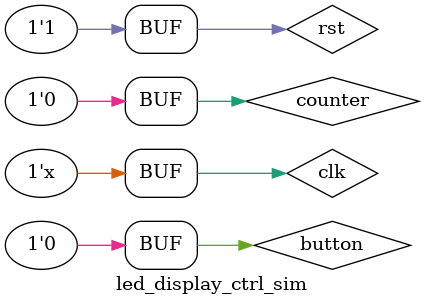
<source format=v>
`timescale 1ns/1ps

module led_display_ctrl_sim();
	
	reg clk;
	reg rst;
	reg button;
	reg counter;
	wire [7:0]led_en;
	wire led_ca;
	wire led_cb;
    wire led_cc;
	wire led_cd;
	wire led_ce;
	wire led_cf;
	wire led_cg;
	wire led_dp;
	
	led_display_ctrl u_led_display_ctrl(
		.clk(clk),
		.rst(rst),
		.button(button),
		.counter(counter),
		.led_en(led_en),
		.led_ca(led_ca),
		.led_cb(led_cb),
		.led_cc(led_cc),
		.led_cd(led_cd),
		.led_ce(led_ce),
		.led_cf(led_cf),
		.led_cg(led_cg),
		.led_dp(led_dp)
	);
	
	initial begin
		clk=1'b0;rst=1'b1;button=1'b0;counter=1'b0;
		#10 rst=1'b0;button=1'b1;
		//测试counter的同时测0-20计数
		#10 button=1'b0;counter=1'b1;//1
		#200 counter=1'b0;
		#200 counter=1'b1;//2
		#200 counter=1'b0;
		#200 counter=1'b1;//3
		#200 counter=1'b0;
		#200 counter=1'b1;//4
		#200 counter=1'b0;
		#200 counter=1'b1;//5
		#200 counter=1'b0;
		#200 counter=1'b1;//6
		#200 counter=1'b0;
		#200 counter=1'b1;//7
		#200 counter=1'b0;
		#200 counter=1'b1;//8
		#200 counter=1'b0;
		#200 counter=1'b1;//9
		#200 counter=1'b0;
		#200 counter=1'b1;//10
		#200 counter=1'b0;rst=1'b1;
	end
	
	
	always #5 clk=~clk;
	
endmodule
</source>
